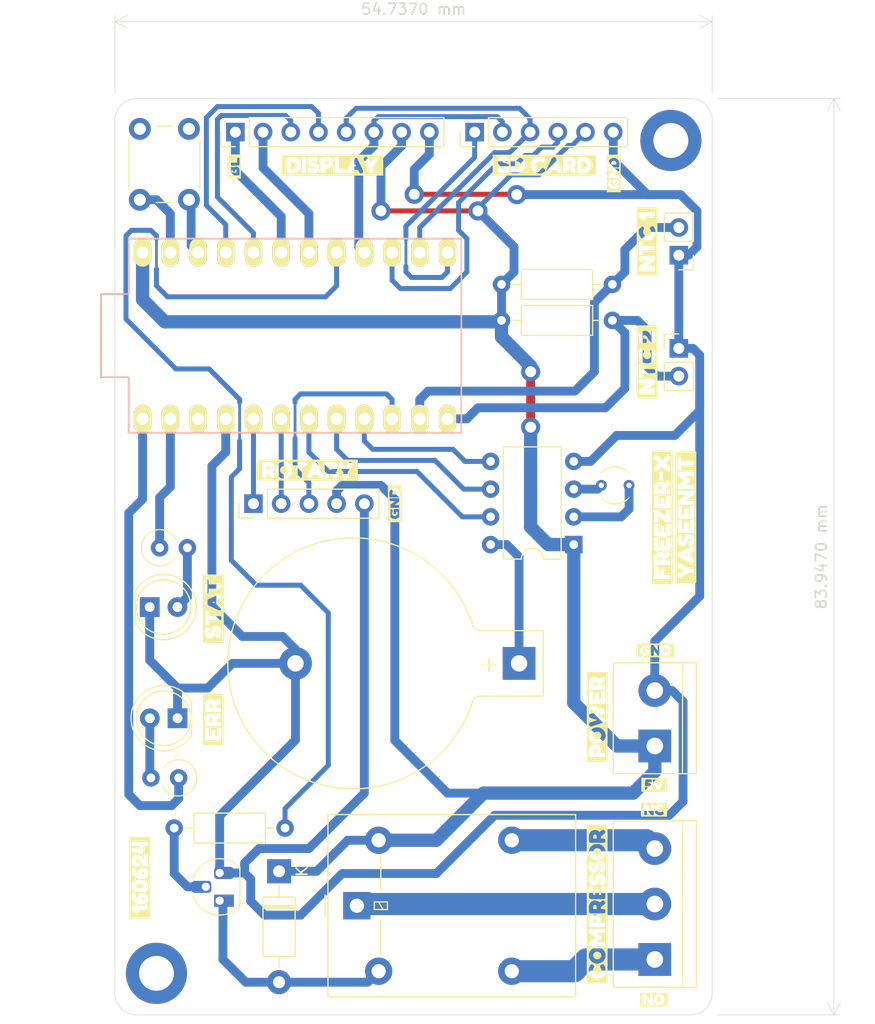
<source format=kicad_pcb>
(kicad_pcb (version 20240108) (generator "pcbnew") (generator_version "8.0")
  (title_block (title "Freezer X Controller") (company "Yaseen M. Twati"))
  (layers (0 "F.Cu" signal) (31 "B.Cu" signal) (34 "B.Paste" user) (35 "F.Paste" user) (36 "B.SilkS" user "B.Silkscreen") (37 "F.SilkS" user "F.Silkscreen") (38 "B.Mask" user) (39 "F.Mask" user) (44 "Edge.Cuts" user))
  (net 0 "")
  (net 1 "+3V0")
  (net 2 "GND")
  (net 3 "+5V")
  (net 4 "Net-(D1-A)")
  (net 5 "Net-(D2-A)")
  (net 6 "Net-(D3-A)")
  (net 7 "/NTC_1")
  (net 8 "/NTC_2")
  (net 9 "Net-(J3-Pin_1)")
  (net 10 "Net-(J3-Pin_2)")
  (net 11 "Net-(J3-Pin_3)")
  (net 12 "/LCD_BLK")
  (net 13 "/LCD_CS")
  (net 14 "/LCD_DC")
  (net 15 "/SD_CS")
  (net 16 "/LCD_CLK")
  (net 17 "/LCD_DI")
  (net 18 "/SD_MISO")
  (net 19 "/ROTARY_CLK")
  (net 20 "/ROTARY_DT")
  (net 21 "/ROTARY_SW")
  (net 22 "Net-(Q1-B)")
  (net 23 "/COMPRESSOR_RELAY")
  (net 24 "/LED_1")
  (net 25 "/LED_2")
  (net 26 "/MCU_RST")
  (net 27 "/RTC_IO")
  (net 28 "/RTC_CLK")
  (net 29 "/RTC_CE")
  (net 30 "/LCD_RST")
  (net 31 "Net-(U2-X1)")
  (net 32 "Net-(U2-X2)")
  (footprint "kibuzzard-666E3446" (layer "F.Cu") (at 170.2054 87.376 90)
    (property "Reference" "kibuzzard-666E3446" (hide yes))
    (property "Value" "G***" (hide yes))
  )
  (footprint "kibuzzard-666E3893" (layer "F.Cu") (at 130.4544 109.982 90)
    (property "Reference" "kibuzzard-666E3893" (hide yes))
    (property "Value" "G***" (hide yes))
  )
  (footprint "kibuzzard-666E34CF" (layer "F.Cu") (at 165.6334 119.888 90)
    (property "Reference" "kibuzzard-666E34CF" (hide yes))
    (property "Value" "G***" (hide yes))
  )
  (footprint "Relay_THT:Relay_SPDT_Omron-G5LE-1" (layer "F.Cu") (at 143.6102 137.191 90)
    (property "Reference" "K1" (hide yes))
    (property "Value" "G5LE-1")
    (pad "1" thru_hole rect (at 0 0 90) (size 2.5 2.5) (drill 1.3) (layers "*.Cu" "*.Mask") (net 10 "Net-(J3-Pin_2)"))
    (pad "2" thru_hole oval (at -6 2 90) (size 2.5 2.5) (drill 1.3) (layers "*.Cu" "*.Mask") (net 4 "Net-(D1-A)"))
    (pad "3" thru_hole oval (at -6 14.2 90) (size 2.5 2.5) (drill 1.3) (layers "*.Cu" "*.Mask") (net 9 "Net-(J3-Pin_1)"))
    (pad "4" thru_hole oval (at 6 14.2 90) (size 2.5 2.5) (drill 1.3) (layers "*.Cu" "*.Mask") (net 11 "Net-(J3-Pin_3)"))
    (pad "5" thru_hole oval (at 6 2 90) (size 2.5 2.5) (drill 1.3) (layers "*.Cu" "*.Mask") (net 3 "+5V"))
  )
  (footprint "Diode_THT:D_DO-41_SOD81_P10.16mm_Horizontal" (layer "F.Cu") (at 136.483 134.0358 -90)
    (property "Reference" "D1" (hide yes))
    (property "Value" "1N4001")
    (fp_text user "K" (at 0 -2.1 90) (layer "F.SilkS"))
    (pad "1" thru_hole rect (at 0 0 270) (size 2.2 2.2) (drill 1.1) (layers "*.Cu" "*.Mask") (net 3 "+5V"))
    (pad "2" thru_hole oval (at 10.16 0 270) (size 2.2 2.2) (drill 1.1) (layers "*.Cu" "*.Mask") (net 4 "Net-(D1-A)"))
  )
  (footprint "kibuzzard-666E3626" (layer "F.Cu") (at 132.3594 69.469 90)
    (property "Reference" "kibuzzard-666E3626" (hide yes))
    (property "Value" "G***" (hide yes))
  )
  (footprint "kibuzzard-666E346F" (layer "F.Cu") (at 141.3764 69.342)
    (property "Reference" "kibuzzard-666E346F" (hide yes))
    (property "Value" "G***" (hide yes))
  )
  (footprint "Crystal:Crystal_AT310_D3.0mm_L10.0mm_Vertical" (layer "F.Cu") (at 168.5544 98.679 180)
    (property "Reference" "Y1" (hide yes))
    (property "Value" "32.768 khz")
    (pad "1" thru_hole circle (at 0 0 180) (size 1 1) (drill 0.5) (layers "*.Cu" "*.Mask") (net 31 "Net-(U2-X1)"))
    (pad "2" thru_hole circle (at 2.54 0 180) (size 1 1) (drill 0.5) (layers "*.Cu" "*.Mask") (net 32 "Net-(U2-X2)"))
  )
  (footprint "kibuzzard-666E35EC" (layer "F.Cu") (at 170.8404 126.111)
    (property "Reference" "kibuzzard-666E35EC" (hide yes))
    (property "Value" "G***" (hide yes))
  )
  (footprint "Battery:BatteryHolder_Keystone_103_1x20mm" (layer "F.Cu") (at 158.477801 114.985801 180)
    (property "Reference" "BT1" (hide yes))
    (property "Value" "Battery_Cell")
    (fp_text user "+" (at 2.75 0 0) (layer "F.SilkS") (effects (font (size 1.5 1.5))))
    (pad "1" thru_hole rect (at 0 0 180) (size 3 3) (drill 1.5) (layers "*.Cu" "*.Mask") (net 1 "+3V0"))
    (pad "2" thru_hole circle (at 20.49 0 180) (size 3 3) (drill 1.5) (layers "*.Cu" "*.Mask") (net 2 "GND"))
  )
  (footprint "TerminalBlock:TerminalBlock_bornier-2_P5.08mm" (layer "F.Cu") (at 170.9166 122.555 90)
    (property "Reference" "J8" (hide yes))
    (property "Value" "Power")
    (pad "1" thru_hole rect (at 0 0 90) (size 3 3) (drill 1.52) (layers "*.Cu" "*.Mask") (net 3 "+5V"))
    (pad "2" thru_hole circle (at 5.08 0 90) (size 3 3) (drill 1.52) (layers "*.Cu" "*.Mask") (net 2 "GND"))
  )
  (footprint "Package_DIP:DIP-8_W7.62mm" (layer "F.Cu") (at 163.4898 104.1046 180)
    (property "Reference" "U2" (hide yes))
    (property "Value" "DS1302+")
    (pad "1" thru_hole rect (at 0 0 180) (size 1.6 1.6) (drill 0.8) (layers "*.Cu" "*.Mask") (net 3 "+5V"))
    (pad "2" thru_hole oval (at 0 2.54 180) (size 1.6 1.6) (drill 0.8) (layers "*.Cu" "*.Mask") (net 31 "Net-(U2-X1)"))
    (pad "3" thru_hole oval (at 0 5.08 180) (size 1.6 1.6) (drill 0.8) (layers "*.Cu" "*.Mask") (net 32 "Net-(U2-X2)"))
    (pad "4" thru_hole oval (at 0 7.62 180) (size 1.6 1.6) (drill 0.8) (layers "*.Cu" "*.Mask") (net 2 "GND"))
    (pad "5" thru_hole oval (at 7.62 7.62 180) (size 1.6 1.6) (drill 0.8) (layers "*.Cu" "*.Mask") (net 29 "/RTC_CE"))
    (pad "6" thru_hole oval (at 7.62 5.08 180) (size 1.6 1.6) (drill 0.8) (layers "*.Cu" "*.Mask") (net 27 "/RTC_IO"))
    (pad "7" thru_hole oval (at 7.62 2.54 180) (size 1.6 1.6) (drill 0.8) (layers "*.Cu" "*.Mask") (net 28 "/RTC_CLK"))
    (pad "8" thru_hole oval (at 7.62 0 180) (size 1.6 1.6) (drill 0.8) (layers "*.Cu" "*.Mask") (net 1 "+3V0"))
  )
  (footprint "MountingHole:MountingHole_3.2mm_M3_DIN965_Pad" (layer "F.Cu") (at 172.3898 67.0814)
    (property "Reference" "REF**" (hide yes))
    (property "Value" "MountingHole_3.2mm_M3_DIN965_Pad")
    (pad "1" thru_hole circle (at 0 0) (size 5.6 5.6) (drill 3.2) (layers "*.Cu" "*.Mask"))
  )
  (footprint "Connector_PinHeader_2.54mm:PinHeader_1x06_P2.54mm_Vertical" (layer "F.Cu") (at 154.4066 66.317 90)
    (property "Reference" "J5" (hide yes))
    (property "Value" "Micro SD Module")
    (pad "1" thru_hole rect (at 0 0 90) (size 1.7 1.7) (drill 1) (layers "*.Cu" "*.Mask") (net 15 "/SD_CS"))
    (pad "2" thru_hole oval (at 0 2.54 90) (size 1.7 1.7) (drill 1) (layers "*.Cu" "*.Mask") (net 16 "/LCD_CLK"))
    (pad "3" thru_hole oval (at 0 5.08 90) (size 1.7 1.7) (drill 1) (layers "*.Cu" "*.Mask") (net 17 "/LCD_DI"))
    (pad "4" thru_hole oval (at 0 7.62 90) (size 1.7 1.7) (drill 1) (layers "*.Cu" "*.Mask") (net 18 "/SD_MISO"))
    (pad "5" thru_hole oval (at 0 10.16 90) (size 1.7 1.7) (drill 1) (layers "*.Cu" "*.Mask") (net 3 "+5V"))
    (pad "6" thru_hole oval (at 0 12.7 90) (size 1.7 1.7) (drill 1) (layers "*.Cu" "*.Mask") (net 2 "GND"))
  )
  (footprint "kibuzzard-666E35DE" (layer "F.Cu") (at 170.8404 145.796)
    (property "Reference" "kibuzzard-666E35DE" (hide yes))
    (property "Value" "G***" (hide yes))
  )
  (footprint "LED_THT:LED_D5.0mm" (layer "F.Cu") (at 127.1794 120.015 180)
    (property "Reference" "D2" (hide yes))
    (property "Value" "LED_1")
    (pad "1" thru_hole rect (at 0 0 180) (size 1.8 1.8) (drill 0.9) (layers "*.Cu" "*.Mask") (net 2 "GND"))
    (pad "2" thru_hole circle (at 2.54 0 180) (size 1.8 1.8) (drill 0.9) (layers "*.Cu" "*.Mask") (net 5 "Net-(D2-A)"))
  )
  (footprint "kibuzzard-666E34B9" (layer "F.Cu") (at 139.0904 97.282)
    (property "Reference" "kibuzzard-666E34B9" (hide yes))
    (property "Value" "G***" (hide yes))
  )
  (footprint "Resistor_THT:R_Axial_DIN0309_L9.0mm_D3.2mm_P2.54mm_Vertical" (layer "F.Cu") (at 127.2794 125.476 180)
    (property "Reference" "R4" (hide yes))
    (property "Value" "R")
    (pad "1" thru_hole circle (at 0 0 180) (size 1.6 1.6) (drill 0.8) (layers "*.Cu" "*.Mask") (net 24 "/LED_1"))
    (pad "2" thru_hole oval (at 2.54 0 180) (size 1.6 1.6) (drill 0.8) (layers "*.Cu" "*.Mask") (net 5 "Net-(D2-A)"))
  )
  (footprint "Connector_PinHeader_2.54mm:PinHeader_1x05_P2.54mm_Vertical" (layer "F.Cu") (at 134.1374 100.3554 90)
    (property "Reference" "J6" (hide yes))
    (property "Value" "Rotary Encoder")
    (pad "1" thru_hole rect (at 0 0 90) (size 1.7 1.7) (drill 1) (layers "*.Cu" "*.Mask") (net 19 "/ROTARY_CLK"))
    (pad "2" thru_hole oval (at 0 2.54 90) (size 1.7 1.7) (drill 1) (layers "*.Cu" "*.Mask") (net 20 "/ROTARY_DT"))
    (pad "3" thru_hole oval (at 0 5.08 90) (size 1.7 1.7) (drill 1) (layers "*.Cu" "*.Mask") (net 21 "/ROTARY_SW"))
    (pad "4" thru_hole oval (at 0 7.62 90) (size 1.7 1.7) (drill 1) (layers "*.Cu" "*.Mask") (net 3 "+5V"))
    (pad "5" thru_hole oval (at 0 10.16 90) (size 1.7 1.7) (drill 1) (layers "*.Cu" "*.Mask") (net 2 "GND"))
  )
  (footprint "kibuzzard-666E35C1" (layer "F.Cu") (at 147.0914 100.33 90)
    (property "Reference" "kibuzzard-666E35C1" (hide yes))
    (property "Value" "G***" (hide yes))
  )
  (footprint "Resistor_THT:R_Axial_DIN0207_L6.3mm_D2.5mm_P10.16mm_Horizontal" (layer "F.Cu") (at 156.8704 80.264)
    (property "Reference" "R2" (hide yes))
    (property "Value" "10K")
    (pad "1" thru_hole circle (at 0 0) (size 1.6 1.6) (drill 0.8) (layers "*.Cu" "*.Mask") (net 3 "+5V"))
    (pad "2" thru_hole oval (at 10.16 0) (size 1.6 1.6) (drill 0.8) (layers "*.Cu" "*.Mask") (net 8 "/NTC_2"))
  )
  (footprint "kibuzzard-666E38E3" (layer "F.Cu") (at 173.7614 101.6 90)
    (property "Reference" "kibuzzard-666E38E3" (hide yes))
    (property "Value" "G***" (hide yes))
  )
  (footprint "Connector_PinHeader_2.54mm:PinHeader_1x02_P2.54mm_Vertical" (layer "F.Cu") (at 173.1166 86.1314)
    (property "Reference" "J1" (hide yes))
    (property "Value" "NTC_1")
    (pad "1" thru_hole rect (at 0 0) (size 1.7 1.7) (drill 1) (layers "*.Cu" "*.Mask") (net 2 "GND"))
    (pad "2" thru_hole oval (at 0 2.54) (size 1.7 1.7) (drill 1) (layers "*.Cu" "*.Mask") (net 7 "/NTC_1"))
  )
  (footprint "promicro:ProMicro" (layer "F.Cu") (at 137.9474 84.963)
    (property "Reference" "U1" (hide yes))
    (property "Value" "ProMicro")
    (pad "1" thru_hole oval (at -13.97 7.62) (size 1.6 2.6) (drill 1.1) (layers "*.Cu" "*.Mask" "F.SilkS") (net 24 "/LED_1"))
    (pad "2" thru_hole oval (at -11.43 7.62) (size 1.6 2.6) (drill 1.1) (layers "*.Cu" "*.Mask" "F.SilkS") (net 25 "/LED_2"))
    (pad "3" thru_hole oval (at -8.89 7.62) (size 1.6 2.6) (drill 1.1) (layers "*.Cu" "*.Mask" "F.SilkS") (net 2 "GND"))
    (pad "4" thru_hole oval (at -6.35 7.62) (size 1.6 2.6) (drill 1.1) (layers "*.Cu" "*.Mask" "F.SilkS") (net 2 "GND"))
    (pad "5" thru_hole oval (at -3.81 7.62) (size 1.6 2.6) (drill 1.1) (layers "*.Cu" "*.Mask" "F.SilkS") (net 19 "/ROTARY_CLK"))
    (pad "6" thru_hole oval (at -1.27 7.62) (size 1.6 2.6) (drill 1.1) (layers "*.Cu" "*.Mask" "F.SilkS") (net 20 "/ROTARY_DT"))
    (pad "7" thru_hole oval (at 1.27 7.62) (size 1.6 2.6) (drill 1.1) (layers "*.Cu" "*.Mask" "F.SilkS") (net 28 "/RTC_CLK"))
    (pad "8" thru_hole oval (at 3.81 7.62) (size 1.6 2.6) (drill 1.1) (layers "*.Cu" "*.Mask" "F.SilkS") (net 27 "/RTC_IO"))
    (pad "9" thru_hole oval (at 6.35 7.62) (size 1.6 2.6) (drill 1.1) (layers "*.Cu" "*.Mask" "F.SilkS") (net 29 "/RTC_CE"))
    (pad "10" thru_hole oval (at 8.89 7.62) (size 1.6 2.6) (drill 1.1) (layers "*.Cu" "*.Mask" "F.SilkS") (net 21 "/ROTARY_SW"))
    (pad "11" thru_hole oval (at 11.43 7.62) (size 1.6 2.6) (drill 1.1) (layers "*.Cu" "*.Mask" "F.SilkS") (net 8 "/NTC_2"))
    (pad "12" thru_hole oval (at 13.97 7.62) (size 1.6 2.6) (drill 1.1) (layers "*.Cu" "*.Mask" "F.SilkS") (net 7 "/NTC_1"))
    (pad "13" thru_hole oval (at 13.97 -7.62) (size 1.6 2.6) (drill 1.1) (layers "*.Cu" "*.Mask" "F.SilkS") (net 15 "/SD_CS"))
    (pad "14" thru_hole oval (at 11.43 -7.62) (size 1.6 2.6) (drill 1.1) (layers "*.Cu" "*.Mask" "F.SilkS") (net 17 "/LCD_DI"))
    (pad "15" thru_hole oval (at 8.89 -7.62) (size 1.6 2.6) (drill 1.1) (layers "*.Cu" "*.Mask" "F.SilkS") (net 18 "/SD_MISO"))
    (pad "16" thru_hole oval (at 6.35 -7.62) (size 1.6 2.6) (drill 1.1) (layers "*.Cu" "*.Mask" "F.SilkS") (net 16 "/LCD_CLK"))
    (pad "17" thru_hole oval (at 3.81 -7.62) (size 1.6 2.6) (drill 1.1) (layers "*.Cu" "*.Mask" "F.SilkS") (net 23 "/COMPRESSOR_RELAY"))
    (pad "18" thru_hole oval (at 1.27 -7.62) (size 1.6 2.6) (drill 1.1) (layers "*.Cu" "*.Mask" "F.SilkS") (net 13 "/LCD_CS"))
    (pad "19" thru_hole oval (at -1.27 -7.62) (size 1.6 2.6) (drill 1.1) (layers "*.Cu" "*.Mask" "F.SilkS") (net 12 "/LCD_BLK"))
    (pad "20" thru_hole oval (at -3.81 -7.62) (size 1.6 2.6) (drill 1.1) (layers "*.Cu" "*.Mask" "F.SilkS") (net 14 "/LCD_DC"))
    (pad "21" thru_hole oval (at -6.35 -7.62) (size 1.6 2.6) (drill 1.1) (layers "*.Cu" "*.Mask" "F.SilkS") (net 30 "/LCD_RST"))
    (pad "22" thru_hole oval (at -8.89 -7.62) (size 1.6 2.6) (drill 1.1) (layers "*.Cu" "*.Mask" "F.SilkS") (net 26 "/MCU_RST"))
    (pad "23" thru_hole oval (at -11.43 -7.62) (size 1.6 2.6) (drill 1.1) (layers "*.Cu" "*.Mask" "F.SilkS") (net 2 "GND"))
    (pad "24" thru_hole oval (at -13.97 -7.62) (size 1.6 2.6) (drill 1.1) (layers "*.Cu" "*.Mask" "F.SilkS") (net 3 "+5V"))
  )
  (footprint "TerminalBlock:TerminalBlock_bornier-3_P5.08mm" (layer "F.Cu") (at 170.9166 142.113 90)
    (property "Reference" "J3" (hide yes))
    (property "Value" "Compressor")
    (pad "1" thru_hole rect (at 0 0 90) (size 3 3) (drill 1.52) (layers "*.Cu" "*.Mask") (net 9 "Net-(J3-Pin_1)"))
    (pad "2" thru_hole circle (at 5.08 0 90) (size 3 3) (drill 1.52) (layers "*.Cu" "*.Mask") (net 10 "Net-(J3-Pin_2)"))
    (pad "3" thru_hole circle (at 10.16 0 90) (size 3 3) (drill 1.52) (layers "*.Cu" "*.Mask") (net 11 "Net-(J3-Pin_3)"))
  )
  (footprint "MountingHole:MountingHole_3.2mm_M3_DIN965_Pad" (layer "F.Cu") (at 125.2474 143.383)
    (property "Reference" "REF**" (hide yes))
    (property "Value" "MountingHole_3.2mm_M3_DIN965_Pad")
    (pad "1" thru_hole circle (at 0 0) (size 5.6 5.6) (drill 3.2) (layers "*.Cu" "*.Mask"))
  )
  (footprint "kibuzzard-666E394F" (layer "F.Cu") (at 123.7234 134.62 90)
    (property "Reference" "kibuzzard-666E394F" (hide yes))
    (property "Value" "G***" (hide yes))
  )
  (footprint "Connector_PinHeader_2.54mm:PinHeader_1x02_P2.54mm_Vertical" (layer "F.Cu") (at 173.1166 77.597 180)
    (property "Reference" "J2" (hide yes))
    (property "Value" "NTC_2")
    (pad "1" thru_hole rect (at 0 0 180) (size 1.7 1.7) (drill 1) (layers "*.Cu" "*.Mask") (net 2 "GND"))
    (pad "2" thru_hole oval (at 0 2.54 180) (size 1.7 1.7) (drill 1) (layers "*.Cu" "*.Mask") (net 8 "/NTC_2"))
  )
  (footprint "kibuzzard-666E35C1" (layer "F.Cu") (at 170.9674 113.792)
    (property "Reference" "kibuzzard-666E35C1" (hide yes))
    (property "Value" "G***" (hide yes))
  )
  (footprint "kibuzzard-666E3AD2" (layer "F.Cu") (at 171.6024 101.6 90)
    (property "Reference" "kibuzzard-666E3AD2" (hide yes))
    (property "Value" "G***" (hide yes))
  )
  (footprint "LED_THT:LED_D5.0mm" (layer "F.Cu") (at 124.6294 109.8296)
    (property "Reference" "D3" (hide yes))
    (property "Value" "LED_2")
    (pad "1" thru_hole rect (at 0 0) (size 1.8 1.8) (drill 0.9) (layers "*.Cu" "*.Mask") (net 2 "GND"))
    (pad "2" thru_hole circle (at 2.54 0) (size 1.8 1.8) (drill 0.9) (layers "*.Cu" "*.Mask") (net 6 "Net-(D3-A)"))
  )
  (footprint "kibuzzard-666E3888" (layer "F.Cu") (at 130.4544 120.142 90)
    (property "Reference" "kibuzzard-666E3888" (hide yes))
    (property "Value" "G***" (hide yes))
  )
  (footprint "Resistor_THT:R_Axial_DIN0207_L6.3mm_D2.5mm_P10.16mm_Horizontal" (layer "F.Cu") (at 126.873 130.0734)
    (property "Reference" "R3" (hide yes))
    (property "Value" "R_Small")
    (pad "1" thru_hole circle (at 0 0) (size 1.6 1.6) (drill 0.8) (layers "*.Cu" "*.Mask") (net 22 "Net-(Q1-B)"))
    (pad "2" thru_hole oval (at 10.16 0) (size 1.6 1.6) (drill 0.8) (layers "*.Cu" "*.Mask") (net 23 "/COMPRESSOR_RELAY"))
  )
  (footprint "Connector_PinHeader_2.54mm:PinHeader_1x08_P2.54mm_Vertical" (layer "F.Cu") (at 132.476 66.317 90)
    (property "Reference" "J4" (hide yes))
    (property "Value" "DISPLAY")
    (pad "1" thru_hole rect (at 0 0 90) (size 1.7 1.7) (drill 1) (layers "*.Cu" "*.Mask") (net 12 "/LCD_BLK"))
    (pad "2" thru_hole oval (at 0 2.54 90) (size 1.7 1.7) (drill 1) (layers "*.Cu" "*.Mask") (net 13 "/LCD_CS"))
    (pad "3" thru_hole oval (at 0 5.08 90) (size 1.7 1.7) (drill 1) (layers "*.Cu" "*.Mask") (net 14 "/LCD_DC"))
    (pad "4" thru_hole oval (at 0 7.62 90) (size 1.7 1.7) (drill 1) (layers "*.Cu" "*.Mask") (net 30 "/LCD_RST"))
    (pad "5" thru_hole oval (at 0 10.16 90) (size 1.7 1.7) (drill 1) (layers "*.Cu" "*.Mask") (net 17 "/LCD_DI"))
    (pad "6" thru_hole oval (at 0 12.7 90) (size 1.7 1.7) (drill 1) (layers "*.Cu" "*.Mask") (net 16 "/LCD_CLK"))
    (pad "7" thru_hole oval (at 0 15.24 90) (size 1.7 1.7) (drill 1) (layers "*.Cu" "*.Mask") (net 3 "+5V"))
    (pad "8" thru_hole oval (at 0 17.78 90) (size 1.7 1.7) (drill 1) (layers "*.Cu" "*.Mask") (net 2 "GND"))
  )
  (footprint "kibuzzard-666E34E6" (layer "F.Cu") (at 165.6334 137.033 90)
    (property "Reference" "kibuzzard-666E34E6" (hide yes))
    (property "Value" "G***" (hide yes))
  )
  (footprint "kibuzzard-666E35C1" (layer "F.Cu") (at 167.1574 70.104 90)
    (property "Reference" "kibuzzard-666E35C1" (hide yes))
    (property "Value" "G***" (hide yes))
  )
  (footprint "Resistor_THT:R_Axial_DIN0207_L6.3mm_D2.5mm_P10.16mm_Horizontal" (layer "F.Cu") (at 156.8704 83.566)
    (property "Reference" "R1" (hide yes))
    (property "Value" "10K")
    (pad "1" thru_hole circle (at 0 0) (size 1.6 1.6) (drill 0.8) (layers "*.Cu" "*.Mask") (net 3 "+5V"))
    (pad "2" thru_hole oval (at 10.16 0) (size 1.6 1.6) (drill 0.8) (layers "*.Cu" "*.Mask") (net 7 "/NTC_1"))
  )
  (footprint "Button_Switch_THT:SW_PUSH_6mm" (layer "F.Cu") (at 123.7234 72.517 90)
    (property "Reference" "SW1" (hide yes))
    (property "Value" "RESET")
    (pad "1" thru_hole circle (at 0 0 180) (size 2 2) (drill 1.1) (layers "*.Cu" "*.Mask") (net 2 "GND"))
    (pad "1" thru_hole circle (at 6.5 0 180) (size 2 2) (drill 1.1) (layers "*.Cu" "*.Mask") (net 2 "GND"))
    (pad "2" thru_hole circle (at 0 4.5 180) (size 2 2) (drill 1.1) (layers "*.Cu" "*.Mask") (net 26 "/MCU_RST"))
    (pad "2" thru_hole circle (at 6.5 4.5 180) (size 2 2) (drill 1.1) (layers "*.Cu" "*.Mask") (net 26 "/MCU_RST"))
  )
  (footprint "Package_TO_SOT_THT:TO-92L_HandSolder" (layer "F.Cu") (at 131.0386 136.7282 90)
    (property "Reference" "Q1" (hide yes))
    (property "Value" "BC547")
    (pad "1" thru_hole rect (at 0 0 90) (size 1.1 1.8) (drill 0.75 (offset 0 0.4)) (layers "*.Cu" "*.Mask") (net 4 "Net-(D1-A)"))
    (pad "2" thru_hole roundrect (at 1.27 -1.27 90) (size 1.1 1.8) (drill 0.75 (offset 0 -0.4)) (layers "*.Cu" "*.Mask") (net 22 "Net-(Q1-B)"))
    (pad "3" thru_hole roundrect (at 2.54 0 90) (size 1.1 1.8) (drill 0.75 (offset 0 0.4)) (layers "*.Cu" "*.Mask") (net 2 "GND"))
  )
  (footprint "kibuzzard-666E343D" (layer "F.Cu") (at 170.2054 76.327 90)
    (property "Reference" "kibuzzard-666E343D" (hide yes))
    (property "Value" "G***" (hide yes))
  )
  (footprint "Resistor_THT:R_Axial_DIN0309_L9.0mm_D3.2mm_P2.54mm_Vertical" (layer "F.Cu") (at 125.5394 104.394)
    (property "Reference" "R5" (hide yes))
    (property "Value" "R")
    (pad "1" thru_hole circle (at 0 0) (size 1.6 1.6) (drill 0.8) (layers "*.Cu" "*.Mask") (net 25 "/LED_2"))
    (pad "2" thru_hole oval (at 2.54 0) (size 1.6 1.6) (drill 0.8) (layers "*.Cu" "*.Mask") (net 6 "Net-(D3-A)"))
  )
  (footprint "kibuzzard-666E35CE" (layer "F.Cu") (at 170.8404 128.397)
    (property "Reference" "kibuzzard-666E35CE" (hide yes))
    (property "Value" "G***" (hide yes))
  )
  (footprint "kibuzzard-666E349B" (layer "F.Cu") (at 160.8074 69.342)
    (property "Reference" "kibuzzard-666E349B" (hide yes))
    (property "Value" "G***" (hide yes))
  )
  (gr_line (start 123.4374 63.246) (end 174.1744 63.246) (stroke (width 0.05)) (layer "Edge.Cuts"))
  (gr_line (start 176.1744 65.246) (end 176.1744 145.193) (stroke (width 0.05)) (layer "Edge.Cuts"))
  (gr_arc (start 123.4374 147.193) (mid 122.023186 146.607214) (end 121.4374 145.193) (stroke (width 0.05)) (layer "Edge.Cuts"))
  (gr_arc (start 176.1744 145.193) (mid 175.588614 146.607214) (end 174.1744 147.193) (stroke (width 0.05)) (layer "Edge.Cuts"))
  (gr_line (start 174.1744 147.193) (end 123.4374 147.193) (stroke (width 0.05)) (layer "Edge.Cuts"))
  (gr_arc (start 121.4374 65.246) (mid 122.023186 63.831786) (end 123.4374 63.246) (stroke (width 0.05)) (layer "Edge.Cuts"))
  (gr_arc (start 174.1744 63.246) (mid 175.588614 63.831786) (end 176.1744 65.246) (stroke (width 0.05)) (layer "Edge.Cuts"))
  (gr_line (start 121.4374 145.193) (end 121.4374 65.246) (stroke (width 0.05)) (layer "Edge.Cuts"))
  (dimension (type aligned) (layer "Edge.Cuts") (pts (xy 176.1744 63.246) (xy 176.1744 147.193)) (height -11.1506) (gr_text "83.9470 mm" (at 186.175 105.2195 90) (layer "Edge.Cuts") (effects (font (size 1 1) (thickness 0.15)))) (format (prefix "") (suffix "") (units 3) (units_format 1) (precision 4)) (style (thickness 0.05) (arrow_length 1.27) (text_position_mode 0) (extension_height 0.58642) (extension_offset 0.5) keep_text_aligned))
  (dimension (type aligned) (layer "Edge.Cuts") (pts (xy 121.4374 63.246) (xy 176.1744 63.246)) (height -7.0358) (gr_text "54.7370 mm" (at 148.8059 55.0602 0) (layer "Edge.Cuts") (effects (font (size 1 1) (thickness 0.15)))) (format (prefix "") (suffix "") (units 3) (units_format 1) (precision 4)) (style (thickness 0.05) (arrow_length 1.27) (text_position_mode 0) (extension_height 0.58642) (extension_offset 0.5) keep_text_aligned))
  (segment (start 158.477801 105.239401) (end 157.343 104.1046) (width 0.8128) (layer "B.Cu") (net 1))
  (segment (start 157.343 104.1046) (end 155.8698 104.1046) (width 0.8128) (layer "B.Cu") (net 1))
  (segment (start 158.477801 114.985801) (end 158.477801 105.239401) (width 0.8128) (layer "B.Cu") (net 1))
  (segment (start 158.2338 72.009) (end 158.2674 72.0426) (width 0.4572) (layer "F.Cu") (net 2))
  (segment (start 148.8694 72.009) (end 158.2338 72.009) (width 0.4572) (layer "F.Cu") (net 2))
  (via (at 158.2674 72.0426) (size 1.75) (drill 1) (layers "F.Cu" "B.Cu") (net 2))
  (via (at 148.8694 72.009) (size 1.75) (drill 1) (layers "F.Cu" "B.Cu") (net 2))
  (segment (start 174.4218 86.1314) (end 175.0314 86.741) (width 0.8128) (layer "B.Cu") (net 2))
  (segment (start 170.9166 112.9538) (end 170.9166 117.475) (width 0.8128) (layer "B.Cu") (net 2))
  (segment (start 170.239 72.0426) (end 170.9674 72.0426) (width 0.8128) (layer "B.Cu") (net 2))
  (segment (start 172.4914 117.475) (end 173.5074 118.491) (width 0.8128) (layer "B.Cu") (net 2))
  (segment (start 133.8834 134.747) (end 133.3246 134.1882) (width 0.8128) (layer "B.Cu") (net 2))
  (segment (start 175.0314 91.059) (end 175.0314 108.839) (width 0.8128) (layer "B.Cu") (net 2))
  (segment (start 134.6454 131.953) (end 139.2174 131.953) (width 0.8128) (layer "B.Cu") (net 2))
  (segment (start 148.8694 69.723) (end 148.8694 72.009) (width 0.8128) (layer "B.Cu") (net 2))
  (segment (start 138.4554 138.049) (end 135.1534 138.049) (width 0.8128) (layer "B.Cu") (net 2))
  (segment (start 133.3246 134.1882) (end 133.3246 133.2738) (width 0.8128) (layer "B.Cu") (net 2))
  (segment (start 127.1794 117.248) (end 129.9464 117.248) (width 0.8128) (layer "B.Cu") (net 2))
  (segment (start 167.1066 68.9102) (end 167.1066 66.317) (width 0.8128) (layer "B.Cu") (net 2))
  (segment (start 129.9464 117.248) (end 130.8354 116.359) (width 0.8128) (layer "B.Cu") (net 2))
  (segment (start 170.9166 117.475) (end 172.4914 117.475) (width 0.8128) (layer "B.Cu") (net 2))
  (segment (start 167.4114 94.107) (end 172.7454 94.107) (width 0.8128) (layer "B.Cu") (net 2))
  (segment (start 126.5174 73.787) (end 126.5174 77.343) (width 0.8128) (layer "B.Cu") (net 2))
  (segment (start 173.1166 86.1314) (end 174.4218 86.1314) (width 0.8128) (layer "B.Cu") (net 2))
  (segment (start 139.2174 131.953) (end 144.2974 126.873) (width 0.8128) (layer "B.Cu") (net 2))
  (segment (start 132.208599 114.985801) (end 130.8354 116.359) (width 0.8128) (layer "B.Cu") (net 2))
  (segment (start 174.7774 73.533) (end 173.287 72.0426) (width 0.8128) (layer "B.Cu") (net 2))
  (segment (start 130.3274 109.728) (end 130.3274 96.901) (width 0.8128) (layer "B.Cu") (net 2))
  (segment (start 150.256 66.317) (end 150.256 68.3364) (width 0.8128) (layer "B.Cu") (net 2))
  (segment (start 175.0314 86.741) (end 175.0314 91.059) (width 0.8128) (layer "B.Cu") (net 2))
  (segment (start 150.9014 134.239) (end 142.2654 134.239) (width 0.8128) (layer "B.Cu") (net 2))
  (segment (start 131.5974 95.631) (end 131.5974 92.583) (width 0.8128) (layer "B.Cu") (net 2))
  (segment (start 173.5074 127.635) (end 172.2374 128.905) (width 0.8128) (layer "B.Cu") (net 2))
  (segment (start 130.3274 96.901) (end 131.5974 95.631) (width 0.8128) (layer "B.Cu") (net 2))
  (segment (start 174.0154 77.597) (end 174.7774 76.835) (width 0.8128) (layer "B.Cu") (net 2))
  (segment (start 137.987801 114.985801) (end 137.987801 113.705401) (width 0.8128) (layer "B.Cu") (net 2))
  (segment (start 173.5074 118.491) (end 173.5074 127.635) (width 0.8128) (layer "B.Cu") (net 2))
  (segment (start 170.9674 72.0426) (end 158.2674 72.0426) (width 0.8128) (layer "B.Cu") (net 2))
  (segment (start 173.1166 77.597) (end 174.0154 77.597) (width 0.8128) (layer "B.Cu") (net 2))
  (segment (start 133.3246 134.1882) (end 131.0386 134.1882) (width 0.8128) (layer "B.Cu") (net 2))
  (segment (start 127.1794 117.248) (end 127.1794 120.015) (width 0.8128) (layer "B.Cu") (net 2))
  (segment (start 172.2374 128.905) (end 156.2354 128.905) (width 0.8128) (layer "B.Cu") (net 2))
  (segment (start 131.0386 134.1882) (end 131.0386 128.9558) (width 0.8128) (layer "B.Cu") (net 2))
  (segment (start 131.0386 128.9558) (end 137.987801 122.006599) (width 0.8128) (layer "B.Cu") (net 2))
  (segment (start 124.6294 114.698) (end 127.1794 117.248) (width 0.8128) (layer "B.Cu") (net 2))
  (segment (start 137.987801 114.985801) (end 132.208599 114.985801) (width 0.8128) (layer "B.Cu") (net 2))
  (segment (start 125.2474 72.517) (end 126.5174 73.787) (width 0.8128) (layer "B.Cu") (net 2))
  (segment (start 158.2674 72.0426) (end 170.239 72.0426) (width 0.4572) (layer "B.Cu") (net 2))
  (segment (start 156.2354 128.905) (end 150.9014 134.239) (width 0.8128) (layer "B.Cu") (net 2))
  (segment (start 136.8044 112.522) (end 133.1214 112.522) (width 0.8128) (layer "B.Cu") (net 2))
  (segment (start 173.287 72.0426) (end 170.9674 72.0426) (width 0.8128) (layer "B.Cu") (net 2))
  (segment (start 124.6294 109.8296) (end 124.6294 114.698) (width 0.8128) (layer "B.Cu") (net 2))
  (segment (start 172.7454 94.107) (end 175.0314 91.821) (width 0.8128) (layer "B.Cu") (net 2))
  (segment (start 137.987801 113.705401) (end 136.8044 112.522) (width 0.8128) (layer "B.Cu") (net 2))
  (segment (start 163.4898 96.4846) (end 165.0338 96.4846) (width 0.8128) (layer "B.Cu") (net 2))
  (segment (start 133.1214 112.522) (end 130.3274 109.728) (width 0.8128) (layer "B.Cu") (net 2))
  (segment (start 123.7234 72.517) (end 125.2474 72.517) (width 0.8128) (layer "B.Cu") (net 2))
  (segment (start 144.2974 126.873) (end 144.2974 100.3554) (width 0.8128) (layer "B.Cu") (net 2))
  (segment (start 142.2654 134.239) (end 138.4554 138.049) (width 0.8128) (layer "B.Cu") (net 2))
  (segment (start 150.256 68.3364) (end 148.8694 69.723) (width 0.8128) (layer "B.Cu") (net 2))
  (segment (start 133.8834 136.779) (end 133.8834 134.747) (width 0.8128) (layer "B.Cu") (net 2))
  (segment (start 174.7774 76.835) (end 174.7774 73.533) (width 0.8128) (layer "B.Cu") (net 2))
  (segment (start 175.0314 91.821) (end 175.0314 91.059) (width 0.8128) (layer "B.Cu") (net 2))
  (segment (start 173.1166 86.1314) (end 173.1166 77.597) (width 0.8128) (layer "B.Cu") (net 2))
  (segment (start 135.1534 138.049) (end 133.8834 136.779) (width 0.8128) (layer "B.Cu") (net 2))
  (segment (start 137.987801 122.006599) (end 137.987801 114.985801) (width 0.8128) (layer "B.Cu") (net 2))
  (segment (start 165.0338 96.4846) (end 167.4114 94.107) (width 0.8128) (layer "B.Cu") (net 2))
  (segment (start 167.1066 68.9102) (end 170.239 72.0426) (width 0.8128) (layer "B.Cu") (net 2))
  (segment (start 133.3246 133.2738) (end 134.6454 131.953) (width 0.8128) (layer "B.Cu") (net 2))
  (segment (start 175.0314 108.839) (end 170.9166 112.9538) (width 0.8128) (layer "B.Cu") (net 2))
  (segment (start 159.5374 93.345) (end 159.5374 88.265) (width 0.8128) (layer "F.Cu") (net 3))
  (segment (start 145.8214 73.533) (end 154.7114 73.533) (width 0.4572) (layer "F.Cu") (net 3))
  (via (at 159.5374 93.345) (size 1.75) (drill 1) (layers "F.Cu" "B.Cu") (net 3))
  (via (at 159.5374 88.265) (size 1.75) (drill 1) (layers "F.Cu" "B.Cu") (net 3))
  (via (at 154.7114 73.533) (size 1.75) (drill 1) (layers "F.Cu" "B.Cu") (net 3))
  (via (at 145.8214 73.533) (size 1.75) (drill 1) (layers "F.Cu" "B.Cu") (net 3))
  (segment (start 154.7114 73.279) (end 157.7594 70.231) (width 0.4572) (layer "B.Cu") (net 3))
  (segment (start 145.8214 98.679) (end 147.0914 99.949) (width 0.8128) (layer "B.Cu") (net 3))
  (segment (start 163.3474 67.5362) (end 164.5666 66.317) (width 0.4572) (layer "B.Cu") (net 3))
  (segment (start 168.9354 126.873) (end 155.2194 126.873) (width 1.2192) (layer "B.Cu") (net 3))
  (segment (start 170.9166 124.8918) (end 168.9354 126.873) (width 1.2192) (layer "B.Cu") (net 3))
  (segment (start 136.483 134.0358) (end 139.9286 134.0358) (width 0.8128) (layer "B.Cu") (net 3))
  (segment (start 157.7594 70.231) (end 160.2994 70.231) (width 0.4572) (layer "B.Cu") (net 3))
  (segment (start 147.716 67.5744) (end 145.8214 69.469) (width 0.8128) (layer "B.Cu") (net 3))
  (segment (start 156.8704 83.566) (end 156.7434 83.693) (width 1.2192) (layer "B.Cu") (net 3))
  (segment (start 170.9166 122.555) (end 170.9166 124.8918) (width 1.2192) (layer "B.Cu") (net 3))
  (segment (start 139.9286 134.0358) (end 142.7734 131.191) (width 0.8128) (layer "B.Cu") (net 3))
  (segment (start 156.8704 85.09) (end 156.8704 83.566) (width 1.2192) (layer "B.Cu") (net 3))
  (segment (start 126.0094 83.693) (end 123.9774 81.661) (width 1.2192) (layer "B.Cu") (net 3))
  (segment (start 163.4898 118.6026) (end 167.4422 122.555) (width 1.2192) (layer "B.Cu") (net 3))
  (segment (start 154.7114 73.533) (end 154.7114 73.279) (width 0.4572) (layer "B.Cu") (net 3))
  (segment (start 147.0914 99.949) (end 147.0914 122.047) (width 0.8128) (layer "B.Cu") (net 3))
  (segment (start 145.8214 69.469) (end 145.8214 73.533) (width 0.8128) (layer "B.Cu") (net 3))
  (segment (start 156.7434 83.693) (end 126.0094 83.693) (width 1.2192) (layer "B.Cu") (net 3))
  (segment (start 142.7734 131.191) (end 145.6102 131.191) (width 0.8128) (layer "B.Cu") (net 3))
  (segment (start 163.4898 118.6026) (end 163.4898 104.1046) (width 1.2192) (layer "B.Cu") (net 3))
  (segment (start 141.7574 99.187) (end 142.2654 98.679) (width 0.8128) (layer "B.Cu") (net 3))
  (segment (start 158.0134 76.835) (end 154.7114 73.533) (width 0.8128) (layer "B.Cu") (net 3))
  (segment (start 156.8704 80.264) (end 158.0134 79.121) (width 0.8128) (layer "B.Cu") (net 3))
  (segment (start 141.7574 100.3554) (end 141.7574 99.187) (width 0.8128) (layer "B.Cu") (net 3))
  (segment (start 145.6102 131.191) (end 150.9014 131.191) (width 1.2192) (layer "B.Cu") (net 3))
  (segment (start 163.4898 104.1046) (end 161.153 104.1046) (width 1.2192) (layer "B.Cu") (net 3))
  (segment (start 158.0134 79.121) (end 158.0134 76.835) (width 0.8128) (layer "B.Cu") (net 3))
  (segment (start 159.5374 102.489) (end 159.5374 93.345) (width 1.2192) (layer "B.Cu") (net 3))
  (segment (start 160.2994 70.231) (end 162.9942 67.5362) (width 0.4572) (layer "B.Cu") (net 3))
  (segment (start 167.4422 122.555) (end 170.9166 122.555) (width 1.2192) (layer "B.Cu") (net 3))
  (segment (start 147.0914 122.047) (end 151.9174 126.873) (width 0.8128) (layer "B.Cu") (net 3))
  (segment (start 159.5374 88.265) (end 159.5374 87.757) (width 1.2192) (layer "B.Cu") (net 3))
  (segment (start 162.9942 67.5362) (end 163.3474 67.5362) (width 0.4572) (layer "B.Cu") (net 3))
  (segment (start 156.8704 83.566) (end 156.8704 80.264) (width 0.8128) (layer "B.Cu") (net 3))
  (segment (start 161.153 104.1046) (end 159.5374 102.489) (width 1.2192) (layer "B.Cu") (net 3))
  (segment (start 150.9014 131.191) (end 155.2194 126.873) (width 1.2192) (layer "B.Cu") (net 3))
  (segment (start 123.9774 81.661) (end 123.9774 77.343) (width 1.2192) (layer "B.Cu") (net 3))
  (segment (start 142.2654 98.679) (end 145.8214 98.679) (width 0.8128) (layer "B.Cu") (net 3))
  (segment (start 147.716 66.317) (end 147.716 67.5744) (width 0.8128) (layer "B.Cu") (net 3))
  (segment (start 159.5374 87.757) (end 156.8704 85.09) (width 1.2192) (layer "B.Cu") (net 3))
  (segment (start 151.9174 126.873) (end 155.2194 126.873) (width 0.8128) (layer "B.Cu") (net 3))
  (segment (start 133.4262 144.1958) (end 131.3434 142.113) (width 0.8128) (layer "B.Cu") (net 4))
  (segment (start 145.6102 143.191) (end 144.6054 144.1958) (width 0.8128) (layer "B.Cu") (net 4))
  (segment (start 131.3434 142.113) (end 131.3434 137.033) (width 0.8128) (layer "B.Cu") (net 4))
  (segment (start 131.3434 137.033) (end 131.0386 136.7282) (width 0.8128) (layer "B.Cu") (net 4))
  (segment (start 136.483 144.1958) (end 133.4262 144.1958) (width 0.8128) (layer "B.Cu") (net 4))
  (segment (start 144.6054 144.1958) (end 136.483 144.1958) (width 0.8128) (layer "B.Cu") (net 4))
  (segment (start 124.6394 120.015) (end 124.6394 125.376) (width 0.8128) (layer "B.Cu") (net 5))
  (segment (start 124.6394 125.376) (end 124.7394 125.476) (width 0.8128) (layer "B.Cu") (net 5))
  (segment (start 128.0794 108.9196) (end 127.1694 109.8296) (width 0.8128) (layer "B.Cu") (net 6))
  (segment (start 128.0794 104.394) (end 128.0794 108.9196) (width 0.8128) (layer "B.Cu") (net 6))
  (segment (start 170.2054 84.455) (end 169.3164 83.566) (width 0.8128) (layer "B.Cu") (net 7))
  (segment (start 168.1734 84.709) (end 167.0304 83.566) (width 0.8128) (layer "B.Cu") (net 7))
  (segment (start 153.6954 92.583) (end 154.7114 91.567) (width 0.8128) (layer "B.Cu") (net 7))
  (segment (start 166.3954 91.567) (end 168.1734 89.789) (width 0.8128) (layer "B.Cu") (net 7))
  (segment (start 168.1734 88.519) (end 168.1734 84.709) (width 0.4572) (layer "B.Cu") (net 7))
  (segment (start 173.1166 88.6714) (end 171.1198 88.6714) (width 0.8128) (layer "B.Cu") (net 7))
  (segment (start 169.3164 83.566) (end 167.0304 83.566) (width 0.8128) (layer "B.Cu") (net 7))
  (segment (start 168.1734 89.789) (end 168.1734 84.709) (width 0.8128) (layer "B.Cu") (net 7))
  (segment (start 170.2054 87.757) (end 170.2054 84.455) (width 0.8128) (layer "B.Cu") (net 7))
  (segment (start 151.9174 92.583) (end 153.6954 92.583) (width 0.8128) (layer "B.Cu") (net 7))
  (segment (start 154.7114 91.567) (end 166.3954 91.567) (width 0.8128) (layer "B.Cu") (net 7))
  (segment (start 171.1198 88.6714) (end 170.2054 87.757) (width 0.8128) (layer "B.Cu") (net 7))
  (segment (start 165.3794 81.915) (end 165.3794 88.265) (width 0.8128) (layer "B.Cu") (net 8))
  (segment (start 173.1166 75.057) (end 170.2054 75.057) (width 0.8128) (layer "B.Cu") (net 8))
  (segment (start 168.1734 77.089) (end 168.1734 79.121) (width 0.8128) (layer "B.Cu") (net 8))
  (segment (start 170.2054 75.057) (end 168.1734 77.089) (width 0.8128) (layer "B.Cu") (net 8))
  (segment (start 149.3774 90.805) (end 149.3774 92.583) (width 0.8128) (layer "B.Cu") (net 8))
  (segment (start 168.1734 79.121) (end 167.0304 80.264) (width 0.8128) (layer "B.Cu") (net 8))
  (segment (start 165.3794 88.265) (end 163.6014 90.043) (width 0.8128) (layer "B.Cu") (net 8))
  (segment (start 167.0304 80.264) (end 165.3794 81.915) (width 0.8128) (layer "B.Cu") (net 8))
  (segment (start 163.6014 90.043) (end 150.1394 90.043) (width 0.8128) (layer "B.Cu") (net 8))
  (segment (start 150.1394 90.043) (end 149.3774 90.805) (width 0.8128) (layer "B.Cu") (net 8))
  (segment (start 157.8102 143.191) (end 163.5394 143.191) (width 2.032) (layer "B.Cu") (net 9))
  (segment (start 164.6174 142.113) (end 170.9166 142.113) (width 2.032) (layer "B.Cu") (net 9))
  (segment (start 163.5394 143.191) (end 164.6174 142.113) (width 2.032) (layer "B.Cu") (net 9))
  (segment (start 170.9166 137.033) (end 143.7682 137.033) (width 2.032) (layer "B.Cu") (net 10))
  (segment (start 143.7682 137.033) (end 143.6102 137.191) (width 2.032) (layer "B.Cu") (net 10))
  (segment (start 157.8102 131.191) (end 170.1546 131.191) (width 2.032) (layer "B.Cu") (net 11))
  (segment (start 170.1546 131.191) (end 170.9166 131.953) (width 2.032) (layer "B.Cu") (net 11))
  (segment (start 136.6774 74.041) (end 136.6774 77.343) (width 0.8128) (layer "B.Cu") (net 12))
  (segment (start 132.476 69.8396) (end 136.6774 74.041) (width 0.8128) (layer "B.Cu") (net 12))
  (segment (start 132.476 66.317) (end 132.476 69.8396) (width 0.8128) (layer "B.Cu") (net 12))
  (segment (start 135.016 66.317) (end 135.016 69.5856) (width 0.8128) (layer "B.Cu") (net 13))
  (segment (start 135.016 69.5856) (end 139.2174 73.787) (width 0.8128) (layer "B.Cu") (net 13))
  (segment (start 139.2174 77.343) (end 139.2174 73.787) (width 0.8128) (layer "B.Cu") (net 13))
  (segment (start 137.0806 64.7922) (end 131.1942 64.7922) (width 0.4572) (layer "B.Cu") (net 14))
  (segment (start 137.556 65.2676) (end 137.0806 64.7922) (width 0.4572) (layer "B.Cu") (net 14))
  (segment (start 130.8354 65.151) (end 130.8354 72.263) (width 0.4572) (layer "B.Cu") (net 14))
  (segment (start 134.1374 75.565) (end 134.1374 77.343) (width 0.4572) (layer "B.Cu") (net 14))
  (segment (start 137.556 66.317) (end 137.556 65.2676) (width 0.4572) (layer "B.Cu") (net 14))
  (segment (start 130.8354 72.263) (end 134.1374 75.565) (width 0.4572) (layer "B.Cu") (net 14))
  (segment (start 131.1942 64.7922) (end 130.8354 65.151) (width 0.4572) (layer "B.Cu") (net 14))
  (segment (start 154.4066 68.6308) (end 148.1074 74.93) (width 0.4572) (layer "B.Cu") (net 15))
  (segment (start 148.1074 79.121) (end 148.1074 78.613) (width 0.4572) (layer "B.Cu") (net 15))
  (segment (start 151.4094 79.629) (end 148.6154 79.629) (width 0.4572) (layer "B.Cu") (net 15))
  (segment (start 148.1074 76.073) (end 148.1074 78.613) (width 0.254) (layer "B.Cu") (net 15))
  (segment (start 148.6154 79.629) (end 148.1074 79.121) (width 0.4572) (layer "B.Cu") (net 15))
  (segment (start 148.1074 74.93) (end 148.1074 76.073) (width 0.4572) (layer "B.Cu") (net 15))
  (segment (start 151.9174 77.343) (end 151.9174 79.121) (width 0.4572) (layer "B.Cu") (net 15))
  (segment (start 151.9174 79.121) (end 151.4094 79.629) (width 0.4572) (layer "B.Cu") (net 15))
  (segment (start 154.4066 66.317) (end 154.4066 68.6308) (width 0.4572) (layer "B.Cu") (net 15))
  (segment (start 145.176 66.317) (end 145.176 65.2884) (width 0.4572) (layer "B.Cu") (net 16))
  (segment (start 145.176 67.5744) (end 145.176 66.317) (width 0.8128) (layer "B.Cu") (net 16))
  (segment (start 143.7894 68.961) (end 145.176 67.5744) (width 0.8128) (layer "B.Cu") (net 16))
  (segment (start 156.4894 64.897) (end 156.9466 65.3542) (width 0.4572) (layer "B.Cu") (net 16))
  (segment (start 144.2974 77.343) (end 143.7894 76.835) (width 0.8128) (layer "B.Cu") (net 16))
  (segment (start 145.5674 64.897) (end 156.4894 64.897) (width 0.4572) (layer "B.Cu") (net 16))
  (segment (start 156.9466 65.3542) (end 156.9466 66.317) (width 0.4572) (layer "B.Cu") (net 16))
  (segment (start 143.7894 76.835) (end 143.7894 68.961) (width 0.8128) (layer "B.Cu") (net 16))
  (segment (start 145.176 65.2884) (end 145.5674 64.897) (width 0.4572) (layer "B.Cu") (net 16))
  (segment (start 157.6046 68.199) (end 156.2354 68.199) (width 0.4572) (layer "B.Cu") (net 17))
  (segment (start 159.4866 66.317) (end 157.6046 68.199) (width 0.4572) (layer "B.Cu") (net 17))
  (segment (start 143.5354 64.135) (end 158.5214 64.135) (width 0.4572) (layer "B.Cu") (net 17))
  (segment (start 142.636 66.317) (end 142.636 65.0344) (width 0.4572) (layer "B.Cu") (net 17))
  (segment (start 149.3774 75.057) (end 149.3774 77.343) (width 0.4572) (layer "B.Cu") (net 17))
  (segment (start 142.636 65.0344) (end 143.5354 64.135) (width 0.4572) (layer "B.Cu") (net 17))
  (segment (start 158.5214 64.135) (end 159.4866 65.1002) (width 0.4572) (layer "B.Cu") (net 17))
  (segment (start 156.2354 68.199) (end 149.3774 75.057) (width 0.4572) (layer "B.Cu") (net 17))
  (segment (start 159.4866 65.1002) (end 159.4866 66.317) (width 0.4572) (layer "B.Cu") (net 17))
  (segment (start 161.5694 67.691) (end 160.5534 67.691) (width 0.4572) (layer "B.Cu") (net 18))
  (segment (start 152.9334 72.771) (end 152.9334 75.311) (width 0.4572) (layer "B.Cu") (net 18))
  (segment (start 162.0266 67.2338) (end 161.5694 67.691) (width 0.4572) (layer "B.Cu") (net 18))
  (segment (start 158.2674 69.215) (end 156.4894 69.215) (width 0.4572) (layer "B.Cu") (net 18))
  (segment (start 153.6954 79.121) (end 152.1714 80.645) (width 0.4572) (layer "B.Cu") (net 18))
  (segment (start 156.4894 69.215) (end 152.9334 72.771) (width 0.4572) (layer "B.Cu") (net 18))
  (segment (start 152.9334 75.311) (end 153.6954 76.073) (width 0.4572) (layer "B.Cu") (net 18))
  (segment (start 160.5534 67.691) (end 159.7914 68.453) (width 0.4572) (layer "B.Cu") (net 18))
  (segment (start 159.7914 68.453) (end 159.0294 68.453) (width 0.4572) (layer "B.Cu") (net 18))
  (segment (start 153.6954 76.073) (end 153.6954 79.121) (width 0.4572) (layer "B.Cu") (net 18))
  (segment (start 146.8374 79.883) (end 146.8374 77.343) (width 0.4572) (layer "B.Cu") (net 18))
  (segment (start 147.5994 80.645) (end 146.8374 79.883) (width 0.4572) (layer "B.Cu") (net 18))
  (segment (start 159.0294 68.453) (end 158.2674 69.215) (width 0.4572) (layer "B.Cu") (net 18))
  (segment (start 152.1714 80.645) (end 147.5994 80.645) (width 0.4572) (layer "B.Cu") (net 18))
  (segment (start 162.0266 66.317) (end 162.0266 67.2338) (width 0.4572) (layer "B.Cu") (net 18))
  (segment (start 134.1374 100.3554) (end 134.1374 92.583) (width 0.4572) (layer "B.Cu") (net 19))
  (segment (start 136.6774 100.3554) (end 136.6774 92.583) (width 0.4572) (layer "B.Cu") (net 20))
  (segment (start 146.7104 90.678) (end 146.3294 90.297) (width 0.4572) (layer "B.Cu") (net 21))
  (segment (start 138.4554 90.297) (end 137.9474 90.805) (width 0.4572) (layer "B.Cu") (net 21))
  (segment (start 137.9474 97.155) (end 137.9474 94.361) (width 0.4572) (layer "B.Cu") (net 21))
  (segment (start 146.3294 90.297) (end 138.7094 90.297) (width 0.4572) (layer "B.Cu") (net 21))
  (segment (start 139.2174 100.3554) (end 139.2174 98.425) (width 0.4572) (layer "B.Cu") (net 21))
  (segment (start 146.8374 90.805) (end 146.7104 90.678) (width 0.4572) (layer "B.Cu") (net 21))
  (segment (start 137.9474 94.361) (end 137.9474 91.059) (width 0.254) (layer "B.Cu") (net 21))
  (segment (start 138.7094 90.297) (end 138.4554 90.297) (width 0.4572) (layer "B.Cu") (net 21))
  (segment (start 146.8374 92.583) (end 146.8374 90.805) (width 0.4572) (layer "B.Cu") (net 21))
  (segment (start 137.9474 90.805) (end 137.9474 91.059) (width 0.4572) (layer "B.Cu") (net 21))
  (segment (start 139.2174 98.425) (end 137.9474 97.155) (width 0.4572) (layer "B.Cu") (net 21))
  (segment (start 126.873 134.239) (end 126.873 130.0734) (width 0.8128) (layer "B.Cu") (net 22))
  (segment (start 129.7686 135.4582) (end 128.0922 135.4582) (width 0.8128) (layer "B.Cu") (net 22))
  (segment (start 128.0922 135.4582) (end 126.873 134.239) (width 0.8128) (layer "B.Cu") (net 22))
  (segment (start 122.4534 75.819) (end 122.9614 75.311) (width 0.4572) (layer "B.Cu") (net 23))
  (segment (start 122.4534 83.439) (end 122.4534 75.819) (width 0.4572) (layer "B.Cu") (net 23))
  (segment (start 140.9954 110.363) (end 138.4554 107.823) (width 0.4572) (layer "B.Cu") (net 23))
  (segment (start 141.7574 77.343) (end 141.7574 80.391) (width 0.4572) (layer "B.Cu") (net 23))
  (segment (start 140.7414 81.407) (end 126.2634 81.407) (width 0.4572) (layer "B.Cu") (net 23))
  (segment (start 126.2634 81.407) (end 125.2474 80.391) (width 0.4572) (layer "B.Cu") (net 23))
  (segment (start 127.0254 88.011) (end 122.4534 83.439) (width 0.4572) (layer "B.Cu") (net 23))
  (segment (start 140.9954 124.333) (end 140.9954 110.363) (width 0.4572) (layer "B.Cu") (net 23))
  (segment (start 125.2474 80.391) (end 125.2474 78.867) (width 0.4572) (layer "B.Cu") (net 23))
  (segment (start 141.7574 80.391) (end 140.7414 81.407) (width 0.4572) (layer "B.Cu") (net 23))
  (segment (start 130.0734 88.011) (end 127.0254 88.011) (width 0.4572) (layer "B.Cu") (net 23))
  (segment (start 132.8674 90.805) (end 130.0734 88.011) (width 0.4572) (layer "B.Cu") (net 23))
  (segment (start 138.4554 107.823) (end 134.3914 107.823) (width 0.4572) (layer "B.Cu") (net 23))
  (segment (start 132.8674 94.615) (end 132.8674 91.059) (width 0.254) (layer "B.Cu") (net 23))
  (segment (start 122.9614 75.311) (end 124.7394 75.311) (width 0.4572) (layer "B.Cu") (net 23))
  (segment (start 132.8674 91.059) (end 132.8674 90.805) (width 0.4572) (layer "B.Cu") (net 23))
  (segment (start 137.033 130.0734) (end 137.033 128.2954) (width 0.4572) (layer "B.Cu") (net 23))
  (segment (start 125.2474 75.819) (end 125.2474 76.073) (width 0.4572) (layer "B.Cu") (net 23))
  (segment (start 125.2474 76.073) (end 125.2474 78.867) (width 0.254) (layer "B.Cu") (net 23))
  (segment (start 132.8674 97.155) (end 132.8674 94.615) (width 0.4572) (layer "B.Cu") (net 23))
  (segment (start 134.3914 107.823) (end 132.1054 105.537) (width 0.4572) (layer "B.Cu") (net 23))
  (segment (start 132.1054 97.917) (end 132.8674 97.155) (width 0.4572) (layer "B.Cu") (net 23))
  (segment (start 124.7394 75.311) (end 125.2474 75.819) (width 0.4572) (layer "B.Cu") (net 23))
  (segment (start 137.033 128.2954) (end 140.9954 124.333) (width 0.4572) (layer "B.Cu") (net 23))
  (segment (start 132.1054 105.537) (end 132.1054 97.917) (width 0.4572) (layer "B.Cu") (net 23))
  (segment (start 123.7234 128.016) (end 126.6444 128.016) (width 0.8128) (layer "B.Cu") (net 24))
  (segment (start 127.2794 127.381) (end 127.2794 125.476) (width 0.8128) (layer "B.Cu") (net 24))
  (segment (start 123.9774 92.583) (end 123.9774 99.949) (width 0.8128) (layer "B.Cu") (net 24))
  (segment (start 126.6444 128.016) (end 127.2794 127.381) (width 0.8128) (layer "B.Cu") (net 24))
  (segment (start 122.7074 101.219) (end 122.7074 127) (width 0.8128) (layer "B.Cu") (net 24))
  (segment (start 122.7074 127) (end 123.7234 128.016) (width 0.8128) (layer "B.Cu") (net 24))
  (segment (start 123.9774 99.949) (end 122.7074 101.219) (width 0.8128) (layer "B.Cu") (net 24))
  (segment (start 125.5394 104.394) (end 125.5394 99.784) (width 0.8128) (layer "B.Cu") (net 25))
  (segment (start 125.5394 99.784) (end 126.5174 98.806) (width 0.8128) (layer "B.Cu") (net 25))
  (segment (start 126.5174 98.806) (end 126.5174 92.583) (width 0.8128) (layer "B.Cu") (net 25))
  (segment (start 128.4224 72.716) (end 128.4224 76.708) (width 0.8128) (layer "B.Cu") (net 26))
  (segment (start 128.4224 76.708) (end 129.0574 77.343) (width 0.8128) (layer "B.Cu") (net 26))
  (segment (start 128.2234 72.517) (end 128.4224 72.716) (width 0.8128) (layer "B.Cu") (net 26))
  (segment (start 150.7744 96.393) (end 153.406 99.0246) (width 0.4572) (layer "B.Cu") (net 27))
  (segment (start 153.406 99.0246) (end 155.8698 99.0246) (width 0.4572) (layer "B.Cu") (net 27))
  (segment (start 142.7734 96.393) (end 150.7744 96.393) (width 0.4572) (layer "B.Cu") (net 27))
  (segment (start 141.7574 92.583) (end 141.7574 95.377) (width 0.4572) (layer "B.Cu") (net 27))
  (segment (start 141.7574 95.377) (end 142.7734 96.393) (width 0.4572) (layer "B.Cu") (net 27))
  (segment (start 139.2174 92.583) (end 139.2174 95.631) (width 0.4572) (layer "B.Cu") (net 28))
  (segment (start 140.9954 97.409) (end 149.1234 97.409) (width 0.4572) (layer "B.Cu") (net 28))
  (segment (start 139.2174 95.631) (end 140.9954 97.409) (width 0.4572) (layer "B.Cu") (net 28))
  (segment (start 153.279 101.5646) (end 155.8698 101.5646) (width 0.4572) (layer "B.Cu") (net 28))
  (segment (start 149.1234 97.409) (end 153.279 101.5646) (width 0.4572) (layer "B.Cu") (net 28))
  (segment (start 153.533 96.4846) (end 155.8698 96.4846) (width 0.4572) (layer "B.Cu") (net 29))
  (segment (start 152.4254 95.377) (end 153.533 96.4846) (width 0.4572) (layer "B.Cu") (net 29))
  (segment (start 144.2974 92.583) (end 144.2974 94.615) (width 0.4572) (layer "B.Cu") (net 29))
  (segment (start 145.0594 95.377) (end 152.4254 95.377) (width 0.4572) (layer "B.Cu") (net 29))
  (segment (start 144.2974 94.615) (end 145.0594 95.377) (width 0.4572) (layer "B.Cu") (net 29))
  (segment (start 129.8194 73.025) (end 131.5974 74.803) (width 0.4572) (layer "B.Cu") (net 30))
  (segment (start 139.4714 63.9746) (end 130.8354 63.9746) (width 0.4572) (layer "B.Cu") (net 30))
  (segment (start 131.5974 74.803) (end 131.5974 77.343) (width 0.4572) (layer "B.Cu") (net 30))
  (segment (start 140.096 64.5992) (end 139.4714 63.9746) (width 0.4572) (layer "B.Cu") (net 30))
  (segment (start 140.096 66.317) (end 140.096 64.5992) (width 0.4572) (layer "B.Cu") (net 30))
  (segment (start 129.8194 64.9906) (end 129.8194 73.025) (width 0.4572) (layer "B.Cu") (net 30))
  (segment (start 130.8354 63.9746) (end 129.8194 64.9906) (width 0.4572) (layer "B.Cu") (net 30))
  (segment (start 168.5544 100.838) (end 168.5544 98.679) (width 0.8128) (layer "B.Cu") (net 31))
  (segment (start 167.8278 101.5646) (end 168.5544 100.838) (width 0.8128) (layer "B.Cu") (net 31))
  (segment (start 163.4898 101.5646) (end 167.8278 101.5646) (width 0.8128) (layer "B.Cu") (net 31))
  (segment (start 165.6688 99.0246) (end 166.0144 98.679) (width 0.8128) (layer "B.Cu") (net 32))
  (segment (start 163.4898 99.0246) (end 165.6688 99.0246) (width 0.8128) (layer "B.Cu") (net 32))
)
</source>
